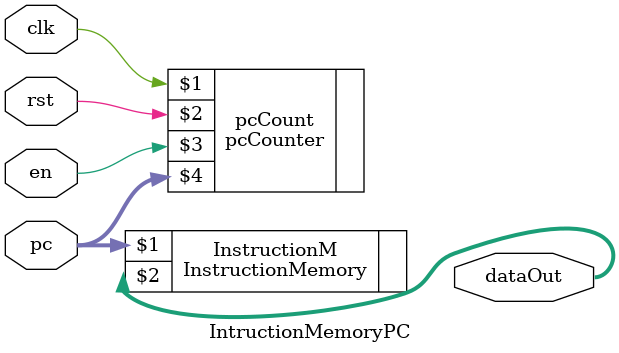
<source format=sv>
module IntructionMemoryPC(input clk, rst, en, input[31:0] pc, output [31:0] dataOut);
	
	pcCounter pcCount(clk, rst, en, pc);
	InstructionMemory InstructionM(pc, dataOut);

endmodule
</source>
